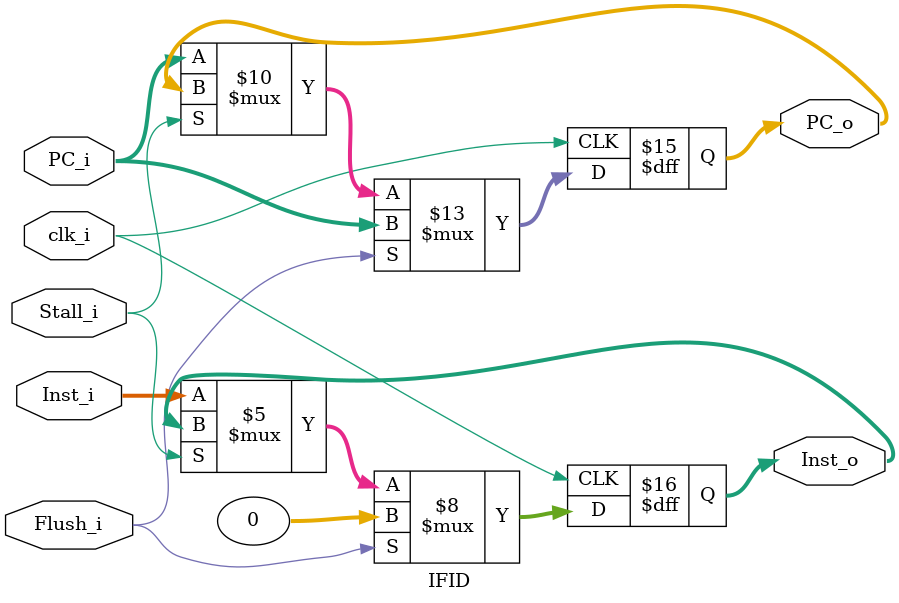
<source format=v>
module IFID
(
    clk_i,
    PC_i,
    Stall_i,
    Flush_i,
    Inst_i,
    PC_o,
    Inst_o
);

input           clk_i, Stall_i, Flush_i;
input   [31:0]  PC_i, Inst_i;


output  [31:0]  PC_o, Inst_o;

reg     [31:0]  PC_o, Inst_o;

initial begin
    PC_o = 0;
    Inst_o = 0;
end

always@(posedge clk_i) begin
    if(Flush_i == 1'b1) begin
        Inst_o <= 32'b0;
        PC_o <= PC_i;
    end
    else if(Stall_i  == 1'b0) begin
        Inst_o <= Inst_i;
        PC_o <= PC_i;
    end
end

endmodule

</source>
